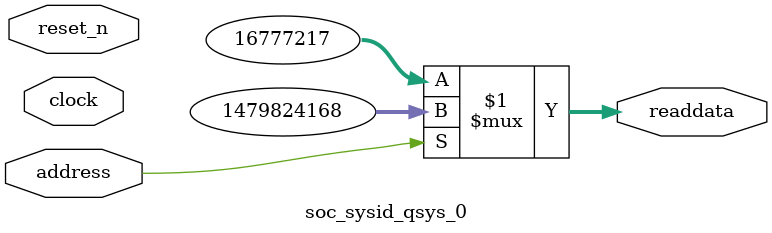
<source format=v>

`timescale 1ns / 1ps
// synthesis translate_on

// turn off superfluous verilog processor warnings 
// altera message_level Level1 
// altera message_off 10034 10035 10036 10037 10230 10240 10030 

module soc_sysid_qsys_0 (
               // inputs:
                address,
                clock,
                reset_n,

               // outputs:
                readdata
             )
;

  output  [ 31: 0] readdata;
  input            address;
  input            clock;
  input            reset_n;

  wire    [ 31: 0] readdata;
  //control_slave, which is an e_avalon_slave
  assign readdata = address ? 1479824168 : 16777217;

endmodule




</source>
